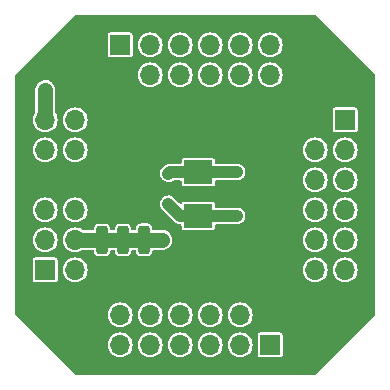
<source format=gbr>
%TF.GenerationSoftware,KiCad,Pcbnew,7.0.8*%
%TF.CreationDate,2024-01-12T13:09:39+01:00*%
%TF.ProjectId,adapter_STM32,61646170-7465-4725-9f53-544d33322e6b,rev?*%
%TF.SameCoordinates,Original*%
%TF.FileFunction,Copper,L2,Bot*%
%TF.FilePolarity,Positive*%
%FSLAX46Y46*%
G04 Gerber Fmt 4.6, Leading zero omitted, Abs format (unit mm)*
G04 Created by KiCad (PCBNEW 7.0.8) date 2024-01-12 13:09:39*
%MOMM*%
%LPD*%
G01*
G04 APERTURE LIST*
G04 Aperture macros list*
%AMRoundRect*
0 Rectangle with rounded corners*
0 $1 Rounding radius*
0 $2 $3 $4 $5 $6 $7 $8 $9 X,Y pos of 4 corners*
0 Add a 4 corners polygon primitive as box body*
4,1,4,$2,$3,$4,$5,$6,$7,$8,$9,$2,$3,0*
0 Add four circle primitives for the rounded corners*
1,1,$1+$1,$2,$3*
1,1,$1+$1,$4,$5*
1,1,$1+$1,$6,$7*
1,1,$1+$1,$8,$9*
0 Add four rect primitives between the rounded corners*
20,1,$1+$1,$2,$3,$4,$5,0*
20,1,$1+$1,$4,$5,$6,$7,0*
20,1,$1+$1,$6,$7,$8,$9,0*
20,1,$1+$1,$8,$9,$2,$3,0*%
G04 Aperture macros list end*
%TA.AperFunction,ComponentPad*%
%ADD10R,1.700000X1.700000*%
%TD*%
%TA.AperFunction,ComponentPad*%
%ADD11O,1.700000X1.700000*%
%TD*%
%TA.AperFunction,SMDPad,CuDef*%
%ADD12RoundRect,0.225000X0.250000X-0.225000X0.250000X0.225000X-0.250000X0.225000X-0.250000X-0.225000X0*%
%TD*%
%TA.AperFunction,SMDPad,CuDef*%
%ADD13RoundRect,0.225000X-0.250000X0.225000X-0.250000X-0.225000X0.250000X-0.225000X0.250000X0.225000X0*%
%TD*%
%TA.AperFunction,SMDPad,CuDef*%
%ADD14RoundRect,0.225000X0.225000X0.250000X-0.225000X0.250000X-0.225000X-0.250000X0.225000X-0.250000X0*%
%TD*%
%TA.AperFunction,SMDPad,CuDef*%
%ADD15RoundRect,0.225000X-0.225000X-0.250000X0.225000X-0.250000X0.225000X0.250000X-0.225000X0.250000X0*%
%TD*%
%TA.AperFunction,SMDPad,CuDef*%
%ADD16R,2.400000X2.000000*%
%TD*%
%TA.AperFunction,ViaPad*%
%ADD17C,0.800000*%
%TD*%
%TA.AperFunction,Conductor*%
%ADD18C,1.300000*%
%TD*%
%TA.AperFunction,Conductor*%
%ADD19C,1.000000*%
%TD*%
G04 APERTURE END LIST*
D10*
%TO.P,J4,1,Pin_1*%
%TO.N,VDDIO2*%
X109220000Y-52070000D03*
D11*
%TO.P,J4,2,Pin_2*%
%TO.N,VSS*%
X106680000Y-52070000D03*
%TO.P,J4,3,Pin_3*%
%TO.N,PA13*%
X109220000Y-54610000D03*
%TO.P,J4,4,Pin_4*%
%TO.N,PA12*%
X106680000Y-54610000D03*
%TO.P,J4,5,Pin_5*%
%TO.N,PA11*%
X109220000Y-57150000D03*
%TO.P,J4,6,Pin_6*%
%TO.N,PA10*%
X106680000Y-57150000D03*
%TO.P,J4,7,Pin_7*%
%TO.N,PA8*%
X109220000Y-59690000D03*
%TO.P,J4,8,Pin_8*%
%TO.N,PA9*%
X106680000Y-59690000D03*
%TO.P,J4,9,Pin_9*%
%TO.N,PB14*%
X109220000Y-62230000D03*
%TO.P,J4,10,Pin_10*%
%TO.N,PB15*%
X106680000Y-62230000D03*
%TO.P,J4,11,Pin_11*%
%TO.N,PB12*%
X109220000Y-64770000D03*
%TO.P,J4,12,Pin_12*%
%TO.N,PB13*%
X106680000Y-64770000D03*
%TD*%
D10*
%TO.P,J3,1,Pin_1*%
%TO.N,VDD*%
X90170000Y-45720000D03*
D11*
%TO.P,J3,2,Pin_2*%
%TO.N,VSS*%
X90170000Y-48260000D03*
%TO.P,J3,3,Pin_3*%
%TO.N,PB9*%
X92710000Y-45720000D03*
%TO.P,J3,4,Pin_4*%
%TO.N,PB8*%
X92710000Y-48260000D03*
%TO.P,J3,5,Pin_5*%
%TO.N,BOOT0*%
X95250000Y-45720000D03*
%TO.P,J3,6,Pin_6*%
%TO.N,PB7*%
X95250000Y-48260000D03*
%TO.P,J3,7,Pin_7*%
%TO.N,PB5*%
X97790000Y-45720000D03*
%TO.P,J3,8,Pin_8*%
%TO.N,PB6*%
X97790000Y-48260000D03*
%TO.P,J3,9,Pin_9*%
%TO.N,PB3*%
X100330000Y-45720000D03*
%TO.P,J3,10,Pin_10*%
%TO.N,PB4*%
X100330000Y-48260000D03*
%TO.P,J3,11,Pin_11*%
%TO.N,PA14*%
X102870000Y-45720000D03*
%TO.P,J3,12,Pin_12*%
%TO.N,PA15*%
X102870000Y-48260000D03*
%TD*%
%TO.P,J2,12,Pin_12*%
%TO.N,PA4*%
X90170000Y-68580000D03*
%TO.P,J2,11,Pin_11*%
%TO.N,PA3*%
X90170000Y-71120000D03*
%TO.P,J2,10,Pin_10*%
%TO.N,PA6*%
X92710000Y-68580000D03*
%TO.P,J2,9,Pin_9*%
%TO.N,PA5*%
X92710000Y-71120000D03*
%TO.P,J2,8,Pin_8*%
%TO.N,PB0*%
X95250000Y-68580000D03*
%TO.P,J2,7,Pin_7*%
%TO.N,PA7*%
X95250000Y-71120000D03*
%TO.P,J2,6,Pin_6*%
%TO.N,PB1*%
X97790000Y-68580000D03*
%TO.P,J2,5,Pin_5*%
%TO.N,PB2*%
X97790000Y-71120000D03*
%TO.P,J2,4,Pin_4*%
%TO.N,PB10*%
X100330000Y-68580000D03*
%TO.P,J2,3,Pin_3*%
%TO.N,PB11*%
X100330000Y-71120000D03*
%TO.P,J2,2,Pin_2*%
%TO.N,VSS*%
X102870000Y-68580000D03*
D10*
%TO.P,J2,1,Pin_1*%
%TO.N,VDD*%
X102870000Y-71120000D03*
%TD*%
%TO.P,J1,1,Pin_1*%
%TO.N,PA2*%
X83820000Y-64770000D03*
D11*
%TO.P,J1,2,Pin_2*%
%TO.N,PA1*%
X86360000Y-64770000D03*
%TO.P,J1,3,Pin_3*%
%TO.N,PA0*%
X83820000Y-62230000D03*
%TO.P,J1,4,Pin_4*%
%TO.N,VDDA*%
X86360000Y-62230000D03*
%TO.P,J1,5,Pin_5*%
%TO.N,VSSA*%
X83820000Y-59690000D03*
%TO.P,J1,6,Pin_6*%
%TO.N,NRST*%
X86360000Y-59690000D03*
%TO.P,J1,7,Pin_7*%
%TO.N,VSS*%
X83820000Y-57150000D03*
%TO.P,J1,8,Pin_8*%
X86360000Y-57150000D03*
%TO.P,J1,9,Pin_9*%
%TO.N,PC14*%
X83820000Y-54610000D03*
%TO.P,J1,10,Pin_10*%
%TO.N,PC15*%
X86360000Y-54610000D03*
%TO.P,J1,11,Pin_11*%
%TO.N,VBAT*%
X83820000Y-52070000D03*
%TO.P,J1,12,Pin_12*%
%TO.N,PC13*%
X86360000Y-52070000D03*
%TD*%
D12*
%TO.P,C14,1*%
%TO.N,VSS*%
X90424000Y-64542000D03*
%TO.P,C14,2*%
%TO.N,VDDA*%
X90424000Y-62992000D03*
%TD*%
%TO.P,C13,1*%
%TO.N,VSS*%
X92202000Y-64542000D03*
%TO.P,C13,2*%
%TO.N,VDDA*%
X92202000Y-62992000D03*
%TD*%
D13*
%TO.P,C3,1*%
%TO.N,VSS*%
X92202000Y-59944000D03*
%TO.P,C3,2*%
%TO.N,VDDA*%
X92202000Y-61494000D03*
%TD*%
%TO.P,C12,1*%
%TO.N,VSS*%
X88646000Y-59957000D03*
%TO.P,C12,2*%
%TO.N,VDDA*%
X88646000Y-61507000D03*
%TD*%
%TO.P,C7,1*%
%TO.N,VSS*%
X90424000Y-59957000D03*
%TO.P,C7,2*%
%TO.N,VDDA*%
X90424000Y-61507000D03*
%TD*%
D12*
%TO.P,C15,1*%
%TO.N,VSS*%
X88646000Y-64542000D03*
%TO.P,C15,2*%
%TO.N,VDDA*%
X88646000Y-62992000D03*
%TD*%
D14*
%TO.P,C16,1*%
%TO.N,VSS*%
X95250000Y-62230000D03*
%TO.P,C16,2*%
%TO.N,VDDA*%
X93700000Y-62230000D03*
%TD*%
D15*
%TO.P,C10,1*%
%TO.N,Net-(U1-PF0)*%
X99822000Y-56489600D03*
%TO.P,C10,2*%
%TO.N,VSS*%
X101372000Y-56489600D03*
%TD*%
D12*
%TO.P,C1,1*%
%TO.N,VBAT*%
X83820000Y-49543000D03*
%TO.P,C1,2*%
%TO.N,VSS*%
X83820000Y-47993000D03*
%TD*%
D15*
%TO.P,C11,1*%
%TO.N,Net-(U1-PF1)*%
X99822000Y-60198000D03*
%TO.P,C11,2*%
%TO.N,VSS*%
X101372000Y-60198000D03*
%TD*%
D16*
%TO.P,Y1,1,1*%
%TO.N,Net-(U1-PF0)*%
X96774000Y-56498000D03*
%TO.P,Y1,2,2*%
%TO.N,Net-(U1-PF1)*%
X96774000Y-60198000D03*
%TD*%
D17*
%TO.N,Net-(U1-PF0)*%
X94234000Y-56642000D03*
%TO.N,VSS*%
X100838000Y-54102000D03*
X100838000Y-62738000D03*
X92202000Y-54102000D03*
%TO.N,Net-(U1-PF1)*%
X94234000Y-59182000D03*
%TD*%
D18*
%TO.N,VBAT*%
X83820000Y-49543000D02*
X83820000Y-52070000D01*
D19*
%TO.N,Net-(U1-PF0)*%
X94378000Y-56498000D02*
X95504000Y-56498000D01*
X95504000Y-56498000D02*
X95512400Y-56489600D01*
X95504000Y-56498000D02*
X97790000Y-56498000D01*
X95512400Y-56489600D02*
X100076000Y-56489600D01*
X94234000Y-56642000D02*
X94378000Y-56498000D01*
D18*
%TO.N,VDDA*%
X86360000Y-62230000D02*
X93700000Y-62230000D01*
D19*
%TO.N,Net-(U1-PF1)*%
X95250000Y-60198000D02*
X94234000Y-59182000D01*
X95250000Y-60198000D02*
X100063000Y-60198000D01*
%TD*%
%TA.AperFunction,Conductor*%
%TO.N,VSS*%
G36*
X106695469Y-43200185D02*
G01*
X106716111Y-43216819D01*
X111723181Y-48223888D01*
X111756666Y-48285211D01*
X111759500Y-48311569D01*
X111759500Y-68528430D01*
X111739815Y-68595469D01*
X111723181Y-68616111D01*
X106716111Y-73623181D01*
X106654788Y-73656666D01*
X106628430Y-73659500D01*
X86411569Y-73659500D01*
X86344530Y-73639815D01*
X86323888Y-73623181D01*
X83820707Y-71120000D01*
X89114417Y-71120000D01*
X89134699Y-71325932D01*
X89134700Y-71325934D01*
X89194768Y-71523954D01*
X89292315Y-71706450D01*
X89292317Y-71706452D01*
X89423589Y-71866410D01*
X89520209Y-71945702D01*
X89583550Y-71997685D01*
X89766046Y-72095232D01*
X89964066Y-72155300D01*
X89964065Y-72155300D01*
X89982529Y-72157118D01*
X90170000Y-72175583D01*
X90375934Y-72155300D01*
X90573954Y-72095232D01*
X90756450Y-71997685D01*
X90916410Y-71866410D01*
X91047685Y-71706450D01*
X91145232Y-71523954D01*
X91205300Y-71325934D01*
X91225583Y-71120000D01*
X91654417Y-71120000D01*
X91674699Y-71325932D01*
X91674700Y-71325934D01*
X91734768Y-71523954D01*
X91832315Y-71706450D01*
X91832317Y-71706452D01*
X91963589Y-71866410D01*
X92060209Y-71945702D01*
X92123550Y-71997685D01*
X92306046Y-72095232D01*
X92504066Y-72155300D01*
X92504065Y-72155300D01*
X92522529Y-72157118D01*
X92710000Y-72175583D01*
X92915934Y-72155300D01*
X93113954Y-72095232D01*
X93296450Y-71997685D01*
X93456410Y-71866410D01*
X93587685Y-71706450D01*
X93685232Y-71523954D01*
X93745300Y-71325934D01*
X93765583Y-71120000D01*
X94194417Y-71120000D01*
X94214699Y-71325932D01*
X94214700Y-71325934D01*
X94274768Y-71523954D01*
X94372315Y-71706450D01*
X94372317Y-71706452D01*
X94503589Y-71866410D01*
X94600209Y-71945702D01*
X94663550Y-71997685D01*
X94846046Y-72095232D01*
X95044066Y-72155300D01*
X95044065Y-72155300D01*
X95062529Y-72157118D01*
X95250000Y-72175583D01*
X95455934Y-72155300D01*
X95653954Y-72095232D01*
X95836450Y-71997685D01*
X95996410Y-71866410D01*
X96127685Y-71706450D01*
X96225232Y-71523954D01*
X96285300Y-71325934D01*
X96305583Y-71120000D01*
X96734417Y-71120000D01*
X96754699Y-71325932D01*
X96754700Y-71325934D01*
X96814768Y-71523954D01*
X96912315Y-71706450D01*
X96912317Y-71706452D01*
X97043589Y-71866410D01*
X97140209Y-71945702D01*
X97203550Y-71997685D01*
X97386046Y-72095232D01*
X97584066Y-72155300D01*
X97584065Y-72155300D01*
X97602529Y-72157118D01*
X97790000Y-72175583D01*
X97995934Y-72155300D01*
X98193954Y-72095232D01*
X98376450Y-71997685D01*
X98536410Y-71866410D01*
X98667685Y-71706450D01*
X98765232Y-71523954D01*
X98825300Y-71325934D01*
X98845583Y-71120000D01*
X99274417Y-71120000D01*
X99294699Y-71325932D01*
X99294700Y-71325934D01*
X99354768Y-71523954D01*
X99452315Y-71706450D01*
X99452317Y-71706452D01*
X99583589Y-71866410D01*
X99680209Y-71945702D01*
X99743550Y-71997685D01*
X99926046Y-72095232D01*
X100124066Y-72155300D01*
X100124065Y-72155300D01*
X100142529Y-72157118D01*
X100330000Y-72175583D01*
X100535934Y-72155300D01*
X100733954Y-72095232D01*
X100916450Y-71997685D01*
X100926116Y-71989752D01*
X101819500Y-71989752D01*
X101831131Y-72048229D01*
X101831132Y-72048230D01*
X101875447Y-72114552D01*
X101941769Y-72158867D01*
X101941770Y-72158868D01*
X102000247Y-72170499D01*
X102000250Y-72170500D01*
X102000252Y-72170500D01*
X103739750Y-72170500D01*
X103739751Y-72170499D01*
X103754568Y-72167552D01*
X103798229Y-72158868D01*
X103798229Y-72158867D01*
X103798231Y-72158867D01*
X103864552Y-72114552D01*
X103908867Y-72048231D01*
X103908867Y-72048229D01*
X103908868Y-72048229D01*
X103920499Y-71989752D01*
X103920500Y-71989750D01*
X103920500Y-70250249D01*
X103920499Y-70250247D01*
X103908868Y-70191770D01*
X103908867Y-70191769D01*
X103864552Y-70125447D01*
X103798230Y-70081132D01*
X103798229Y-70081131D01*
X103739752Y-70069500D01*
X103739748Y-70069500D01*
X102000252Y-70069500D01*
X102000247Y-70069500D01*
X101941770Y-70081131D01*
X101941769Y-70081132D01*
X101875447Y-70125447D01*
X101831132Y-70191769D01*
X101831131Y-70191770D01*
X101819500Y-70250247D01*
X101819500Y-71989752D01*
X100926116Y-71989752D01*
X101076410Y-71866410D01*
X101207685Y-71706450D01*
X101305232Y-71523954D01*
X101365300Y-71325934D01*
X101385583Y-71120000D01*
X101365300Y-70914066D01*
X101305232Y-70716046D01*
X101207685Y-70533550D01*
X101155702Y-70470209D01*
X101076410Y-70373589D01*
X100926121Y-70250252D01*
X100916450Y-70242315D01*
X100733954Y-70144768D01*
X100535934Y-70084700D01*
X100535932Y-70084699D01*
X100535934Y-70084699D01*
X100330000Y-70064417D01*
X100124067Y-70084699D01*
X99926043Y-70144769D01*
X99838114Y-70191769D01*
X99743550Y-70242315D01*
X99743548Y-70242316D01*
X99743547Y-70242317D01*
X99583589Y-70373589D01*
X99452317Y-70533547D01*
X99354769Y-70716043D01*
X99294699Y-70914067D01*
X99274417Y-71120000D01*
X98845583Y-71120000D01*
X98825300Y-70914066D01*
X98765232Y-70716046D01*
X98667685Y-70533550D01*
X98615702Y-70470209D01*
X98536410Y-70373589D01*
X98386121Y-70250252D01*
X98376450Y-70242315D01*
X98193954Y-70144768D01*
X97995934Y-70084700D01*
X97995932Y-70084699D01*
X97995934Y-70084699D01*
X97790000Y-70064417D01*
X97584067Y-70084699D01*
X97386043Y-70144769D01*
X97298114Y-70191769D01*
X97203550Y-70242315D01*
X97203548Y-70242316D01*
X97203547Y-70242317D01*
X97043589Y-70373589D01*
X96912317Y-70533547D01*
X96814769Y-70716043D01*
X96754699Y-70914067D01*
X96734417Y-71120000D01*
X96305583Y-71120000D01*
X96285300Y-70914066D01*
X96225232Y-70716046D01*
X96127685Y-70533550D01*
X96075702Y-70470209D01*
X95996410Y-70373589D01*
X95846121Y-70250252D01*
X95836450Y-70242315D01*
X95653954Y-70144768D01*
X95455934Y-70084700D01*
X95455932Y-70084699D01*
X95455934Y-70084699D01*
X95250000Y-70064417D01*
X95044067Y-70084699D01*
X94846043Y-70144769D01*
X94758114Y-70191769D01*
X94663550Y-70242315D01*
X94663548Y-70242316D01*
X94663547Y-70242317D01*
X94503589Y-70373589D01*
X94372317Y-70533547D01*
X94274769Y-70716043D01*
X94214699Y-70914067D01*
X94194417Y-71120000D01*
X93765583Y-71120000D01*
X93745300Y-70914066D01*
X93685232Y-70716046D01*
X93587685Y-70533550D01*
X93535702Y-70470209D01*
X93456410Y-70373589D01*
X93306121Y-70250252D01*
X93296450Y-70242315D01*
X93113954Y-70144768D01*
X92915934Y-70084700D01*
X92915932Y-70084699D01*
X92915934Y-70084699D01*
X92710000Y-70064417D01*
X92504067Y-70084699D01*
X92306043Y-70144769D01*
X92218114Y-70191769D01*
X92123550Y-70242315D01*
X92123548Y-70242316D01*
X92123547Y-70242317D01*
X91963589Y-70373589D01*
X91832317Y-70533547D01*
X91734769Y-70716043D01*
X91674699Y-70914067D01*
X91654417Y-71120000D01*
X91225583Y-71120000D01*
X91205300Y-70914066D01*
X91145232Y-70716046D01*
X91047685Y-70533550D01*
X90995702Y-70470209D01*
X90916410Y-70373589D01*
X90766121Y-70250252D01*
X90756450Y-70242315D01*
X90573954Y-70144768D01*
X90375934Y-70084700D01*
X90375932Y-70084699D01*
X90375934Y-70084699D01*
X90170000Y-70064417D01*
X89964067Y-70084699D01*
X89766043Y-70144769D01*
X89678114Y-70191769D01*
X89583550Y-70242315D01*
X89583548Y-70242316D01*
X89583547Y-70242317D01*
X89423589Y-70373589D01*
X89292317Y-70533547D01*
X89194769Y-70716043D01*
X89134699Y-70914067D01*
X89114417Y-71120000D01*
X83820707Y-71120000D01*
X81316819Y-68616111D01*
X81297101Y-68580000D01*
X89114417Y-68580000D01*
X89134699Y-68785932D01*
X89134700Y-68785934D01*
X89194768Y-68983954D01*
X89292315Y-69166450D01*
X89292317Y-69166452D01*
X89423589Y-69326410D01*
X89520209Y-69405702D01*
X89583550Y-69457685D01*
X89766046Y-69555232D01*
X89964066Y-69615300D01*
X89964065Y-69615300D01*
X89982529Y-69617118D01*
X90170000Y-69635583D01*
X90375934Y-69615300D01*
X90573954Y-69555232D01*
X90756450Y-69457685D01*
X90916410Y-69326410D01*
X91047685Y-69166450D01*
X91145232Y-68983954D01*
X91205300Y-68785934D01*
X91225583Y-68580000D01*
X91654417Y-68580000D01*
X91674699Y-68785932D01*
X91674700Y-68785934D01*
X91734768Y-68983954D01*
X91832315Y-69166450D01*
X91832317Y-69166452D01*
X91963589Y-69326410D01*
X92060209Y-69405702D01*
X92123550Y-69457685D01*
X92306046Y-69555232D01*
X92504066Y-69615300D01*
X92504065Y-69615300D01*
X92522529Y-69617118D01*
X92710000Y-69635583D01*
X92915934Y-69615300D01*
X93113954Y-69555232D01*
X93296450Y-69457685D01*
X93456410Y-69326410D01*
X93587685Y-69166450D01*
X93685232Y-68983954D01*
X93745300Y-68785934D01*
X93765583Y-68580000D01*
X94194417Y-68580000D01*
X94214699Y-68785932D01*
X94214700Y-68785934D01*
X94274768Y-68983954D01*
X94372315Y-69166450D01*
X94372317Y-69166452D01*
X94503589Y-69326410D01*
X94600209Y-69405702D01*
X94663550Y-69457685D01*
X94846046Y-69555232D01*
X95044066Y-69615300D01*
X95044065Y-69615300D01*
X95062529Y-69617118D01*
X95250000Y-69635583D01*
X95455934Y-69615300D01*
X95653954Y-69555232D01*
X95836450Y-69457685D01*
X95996410Y-69326410D01*
X96127685Y-69166450D01*
X96225232Y-68983954D01*
X96285300Y-68785934D01*
X96305583Y-68580000D01*
X96734417Y-68580000D01*
X96754699Y-68785932D01*
X96754700Y-68785934D01*
X96814768Y-68983954D01*
X96912315Y-69166450D01*
X96912317Y-69166452D01*
X97043589Y-69326410D01*
X97140209Y-69405702D01*
X97203550Y-69457685D01*
X97386046Y-69555232D01*
X97584066Y-69615300D01*
X97584065Y-69615300D01*
X97602529Y-69617118D01*
X97790000Y-69635583D01*
X97995934Y-69615300D01*
X98193954Y-69555232D01*
X98376450Y-69457685D01*
X98536410Y-69326410D01*
X98667685Y-69166450D01*
X98765232Y-68983954D01*
X98825300Y-68785934D01*
X98845583Y-68580000D01*
X99274417Y-68580000D01*
X99294699Y-68785932D01*
X99294700Y-68785934D01*
X99354768Y-68983954D01*
X99452315Y-69166450D01*
X99452317Y-69166452D01*
X99583589Y-69326410D01*
X99680209Y-69405702D01*
X99743550Y-69457685D01*
X99926046Y-69555232D01*
X100124066Y-69615300D01*
X100124065Y-69615300D01*
X100142529Y-69617118D01*
X100330000Y-69635583D01*
X100535934Y-69615300D01*
X100733954Y-69555232D01*
X100916450Y-69457685D01*
X101076410Y-69326410D01*
X101207685Y-69166450D01*
X101305232Y-68983954D01*
X101365300Y-68785934D01*
X101385583Y-68580000D01*
X101365300Y-68374066D01*
X101305232Y-68176046D01*
X101207685Y-67993550D01*
X101155702Y-67930209D01*
X101076410Y-67833589D01*
X100916452Y-67702317D01*
X100916453Y-67702317D01*
X100916450Y-67702315D01*
X100733954Y-67604768D01*
X100535934Y-67544700D01*
X100535932Y-67544699D01*
X100535934Y-67544699D01*
X100330000Y-67524417D01*
X100124067Y-67544699D01*
X99926043Y-67604769D01*
X99815898Y-67663643D01*
X99743550Y-67702315D01*
X99743548Y-67702316D01*
X99743547Y-67702317D01*
X99583589Y-67833589D01*
X99452317Y-67993547D01*
X99354769Y-68176043D01*
X99294699Y-68374067D01*
X99274417Y-68580000D01*
X98845583Y-68580000D01*
X98825300Y-68374066D01*
X98765232Y-68176046D01*
X98667685Y-67993550D01*
X98615702Y-67930209D01*
X98536410Y-67833589D01*
X98376452Y-67702317D01*
X98376453Y-67702317D01*
X98376450Y-67702315D01*
X98193954Y-67604768D01*
X97995934Y-67544700D01*
X97995932Y-67544699D01*
X97995934Y-67544699D01*
X97790000Y-67524417D01*
X97584067Y-67544699D01*
X97386043Y-67604769D01*
X97275898Y-67663643D01*
X97203550Y-67702315D01*
X97203548Y-67702316D01*
X97203547Y-67702317D01*
X97043589Y-67833589D01*
X96912317Y-67993547D01*
X96814769Y-68176043D01*
X96754699Y-68374067D01*
X96734417Y-68580000D01*
X96305583Y-68580000D01*
X96285300Y-68374066D01*
X96225232Y-68176046D01*
X96127685Y-67993550D01*
X96075702Y-67930209D01*
X95996410Y-67833589D01*
X95836452Y-67702317D01*
X95836453Y-67702317D01*
X95836450Y-67702315D01*
X95653954Y-67604768D01*
X95455934Y-67544700D01*
X95455932Y-67544699D01*
X95455934Y-67544699D01*
X95250000Y-67524417D01*
X95044067Y-67544699D01*
X94846043Y-67604769D01*
X94735898Y-67663643D01*
X94663550Y-67702315D01*
X94663548Y-67702316D01*
X94663547Y-67702317D01*
X94503589Y-67833589D01*
X94372317Y-67993547D01*
X94274769Y-68176043D01*
X94214699Y-68374067D01*
X94194417Y-68580000D01*
X93765583Y-68580000D01*
X93745300Y-68374066D01*
X93685232Y-68176046D01*
X93587685Y-67993550D01*
X93535702Y-67930209D01*
X93456410Y-67833589D01*
X93296452Y-67702317D01*
X93296453Y-67702317D01*
X93296450Y-67702315D01*
X93113954Y-67604768D01*
X92915934Y-67544700D01*
X92915932Y-67544699D01*
X92915934Y-67544699D01*
X92710000Y-67524417D01*
X92504067Y-67544699D01*
X92306043Y-67604769D01*
X92195898Y-67663643D01*
X92123550Y-67702315D01*
X92123548Y-67702316D01*
X92123547Y-67702317D01*
X91963589Y-67833589D01*
X91832317Y-67993547D01*
X91734769Y-68176043D01*
X91674699Y-68374067D01*
X91654417Y-68580000D01*
X91225583Y-68580000D01*
X91205300Y-68374066D01*
X91145232Y-68176046D01*
X91047685Y-67993550D01*
X90995702Y-67930209D01*
X90916410Y-67833589D01*
X90756452Y-67702317D01*
X90756453Y-67702317D01*
X90756450Y-67702315D01*
X90573954Y-67604768D01*
X90375934Y-67544700D01*
X90375932Y-67544699D01*
X90375934Y-67544699D01*
X90170000Y-67524417D01*
X89964067Y-67544699D01*
X89766043Y-67604769D01*
X89655898Y-67663643D01*
X89583550Y-67702315D01*
X89583548Y-67702316D01*
X89583547Y-67702317D01*
X89423589Y-67833589D01*
X89292317Y-67993547D01*
X89194769Y-68176043D01*
X89134699Y-68374067D01*
X89114417Y-68580000D01*
X81297101Y-68580000D01*
X81283334Y-68554788D01*
X81280500Y-68528430D01*
X81280500Y-65639752D01*
X82769500Y-65639752D01*
X82781131Y-65698229D01*
X82781132Y-65698230D01*
X82825447Y-65764552D01*
X82891769Y-65808867D01*
X82891770Y-65808868D01*
X82950247Y-65820499D01*
X82950250Y-65820500D01*
X82950252Y-65820500D01*
X84689750Y-65820500D01*
X84689751Y-65820499D01*
X84704568Y-65817552D01*
X84748229Y-65808868D01*
X84748229Y-65808867D01*
X84748231Y-65808867D01*
X84814552Y-65764552D01*
X84858867Y-65698231D01*
X84858867Y-65698229D01*
X84858868Y-65698229D01*
X84870499Y-65639752D01*
X84870500Y-65639750D01*
X84870500Y-64770000D01*
X85304417Y-64770000D01*
X85324699Y-64975932D01*
X85324700Y-64975934D01*
X85384768Y-65173954D01*
X85482315Y-65356450D01*
X85482317Y-65356452D01*
X85613589Y-65516410D01*
X85710209Y-65595702D01*
X85773550Y-65647685D01*
X85956046Y-65745232D01*
X86154066Y-65805300D01*
X86154065Y-65805300D01*
X86172529Y-65807118D01*
X86360000Y-65825583D01*
X86565934Y-65805300D01*
X86763954Y-65745232D01*
X86946450Y-65647685D01*
X87106410Y-65516410D01*
X87237685Y-65356450D01*
X87335232Y-65173954D01*
X87395300Y-64975934D01*
X87415583Y-64770000D01*
X105624417Y-64770000D01*
X105644699Y-64975932D01*
X105644700Y-64975934D01*
X105704768Y-65173954D01*
X105802315Y-65356450D01*
X105802317Y-65356452D01*
X105933589Y-65516410D01*
X106030209Y-65595702D01*
X106093550Y-65647685D01*
X106276046Y-65745232D01*
X106474066Y-65805300D01*
X106474065Y-65805300D01*
X106492529Y-65807118D01*
X106680000Y-65825583D01*
X106885934Y-65805300D01*
X107083954Y-65745232D01*
X107266450Y-65647685D01*
X107426410Y-65516410D01*
X107557685Y-65356450D01*
X107655232Y-65173954D01*
X107715300Y-64975934D01*
X107735583Y-64770000D01*
X108164417Y-64770000D01*
X108184699Y-64975932D01*
X108184700Y-64975934D01*
X108244768Y-65173954D01*
X108342315Y-65356450D01*
X108342317Y-65356452D01*
X108473589Y-65516410D01*
X108570209Y-65595702D01*
X108633550Y-65647685D01*
X108816046Y-65745232D01*
X109014066Y-65805300D01*
X109014065Y-65805300D01*
X109032529Y-65807118D01*
X109220000Y-65825583D01*
X109425934Y-65805300D01*
X109623954Y-65745232D01*
X109806450Y-65647685D01*
X109966410Y-65516410D01*
X110097685Y-65356450D01*
X110195232Y-65173954D01*
X110255300Y-64975934D01*
X110275583Y-64770000D01*
X110255300Y-64564066D01*
X110195232Y-64366046D01*
X110097685Y-64183550D01*
X110045702Y-64120209D01*
X109966410Y-64023589D01*
X109816121Y-63900252D01*
X109806450Y-63892315D01*
X109623954Y-63794768D01*
X109425934Y-63734700D01*
X109425932Y-63734699D01*
X109425934Y-63734699D01*
X109220000Y-63714417D01*
X109014067Y-63734699D01*
X108816043Y-63794769D01*
X108728114Y-63841769D01*
X108633550Y-63892315D01*
X108633548Y-63892316D01*
X108633547Y-63892317D01*
X108473589Y-64023589D01*
X108342317Y-64183547D01*
X108244769Y-64366043D01*
X108184699Y-64564067D01*
X108164417Y-64770000D01*
X107735583Y-64770000D01*
X107715300Y-64564066D01*
X107655232Y-64366046D01*
X107557685Y-64183550D01*
X107505702Y-64120209D01*
X107426410Y-64023589D01*
X107276121Y-63900252D01*
X107266450Y-63892315D01*
X107083954Y-63794768D01*
X106885934Y-63734700D01*
X106885932Y-63734699D01*
X106885934Y-63734699D01*
X106680000Y-63714417D01*
X106474067Y-63734699D01*
X106276043Y-63794769D01*
X106188114Y-63841769D01*
X106093550Y-63892315D01*
X106093548Y-63892316D01*
X106093547Y-63892317D01*
X105933589Y-64023589D01*
X105802317Y-64183547D01*
X105704769Y-64366043D01*
X105644699Y-64564067D01*
X105624417Y-64770000D01*
X87415583Y-64770000D01*
X87395300Y-64564066D01*
X87335232Y-64366046D01*
X87237685Y-64183550D01*
X87185702Y-64120209D01*
X87106410Y-64023589D01*
X86956121Y-63900252D01*
X86946450Y-63892315D01*
X86763954Y-63794768D01*
X86565934Y-63734700D01*
X86565932Y-63734699D01*
X86565934Y-63734699D01*
X86360000Y-63714417D01*
X86154067Y-63734699D01*
X85956043Y-63794769D01*
X85868114Y-63841769D01*
X85773550Y-63892315D01*
X85773548Y-63892316D01*
X85773547Y-63892317D01*
X85613589Y-64023589D01*
X85482317Y-64183547D01*
X85384769Y-64366043D01*
X85324699Y-64564067D01*
X85304417Y-64770000D01*
X84870500Y-64770000D01*
X84870500Y-63900249D01*
X84870499Y-63900247D01*
X84858868Y-63841770D01*
X84858867Y-63841769D01*
X84814552Y-63775447D01*
X84748230Y-63731132D01*
X84748229Y-63731131D01*
X84689752Y-63719500D01*
X84689748Y-63719500D01*
X82950252Y-63719500D01*
X82950247Y-63719500D01*
X82891770Y-63731131D01*
X82891769Y-63731132D01*
X82825447Y-63775447D01*
X82781132Y-63841769D01*
X82781131Y-63841770D01*
X82769500Y-63900247D01*
X82769500Y-65639752D01*
X81280500Y-65639752D01*
X81280500Y-62230000D01*
X82764417Y-62230000D01*
X82784699Y-62435932D01*
X82814734Y-62534944D01*
X82844768Y-62633954D01*
X82942315Y-62816450D01*
X82942317Y-62816452D01*
X83073589Y-62976410D01*
X83170209Y-63055702D01*
X83233550Y-63107685D01*
X83416046Y-63205232D01*
X83614066Y-63265300D01*
X83614065Y-63265300D01*
X83632529Y-63267118D01*
X83820000Y-63285583D01*
X84025934Y-63265300D01*
X84223954Y-63205232D01*
X84406450Y-63107685D01*
X84566410Y-62976410D01*
X84697685Y-62816450D01*
X84795232Y-62633954D01*
X84855300Y-62435934D01*
X84875583Y-62230000D01*
X85304417Y-62230000D01*
X85324699Y-62435932D01*
X85354734Y-62534944D01*
X85384768Y-62633954D01*
X85482315Y-62816450D01*
X85482317Y-62816452D01*
X85613589Y-62976410D01*
X85710209Y-63055702D01*
X85773550Y-63107685D01*
X85956046Y-63205232D01*
X86154066Y-63265300D01*
X86154065Y-63265300D01*
X86172529Y-63267118D01*
X86360000Y-63285583D01*
X86565934Y-63265300D01*
X86763954Y-63205232D01*
X86946450Y-63107685D01*
X86946456Y-63107679D01*
X86951520Y-63104298D01*
X86952404Y-63105621D01*
X87009583Y-63081334D01*
X87023943Y-63080500D01*
X87846500Y-63080500D01*
X87913539Y-63100185D01*
X87959294Y-63152989D01*
X87970500Y-63204500D01*
X87970500Y-63250493D01*
X87986279Y-63350121D01*
X87986280Y-63350124D01*
X87986281Y-63350126D01*
X88047472Y-63470220D01*
X88047473Y-63470221D01*
X88047476Y-63470225D01*
X88142774Y-63565523D01*
X88142778Y-63565526D01*
X88142780Y-63565528D01*
X88262874Y-63626719D01*
X88262876Y-63626719D01*
X88262878Y-63626720D01*
X88362507Y-63642500D01*
X88362512Y-63642500D01*
X88929493Y-63642500D01*
X89029121Y-63626720D01*
X89029121Y-63626719D01*
X89029126Y-63626719D01*
X89149220Y-63565528D01*
X89244528Y-63470220D01*
X89305719Y-63350126D01*
X89315942Y-63285582D01*
X89321500Y-63250493D01*
X89321500Y-63204500D01*
X89341185Y-63137461D01*
X89393989Y-63091706D01*
X89445500Y-63080500D01*
X89624500Y-63080500D01*
X89691539Y-63100185D01*
X89737294Y-63152989D01*
X89748500Y-63204500D01*
X89748500Y-63250493D01*
X89764279Y-63350121D01*
X89764280Y-63350124D01*
X89764281Y-63350126D01*
X89825472Y-63470220D01*
X89825473Y-63470221D01*
X89825476Y-63470225D01*
X89920774Y-63565523D01*
X89920778Y-63565526D01*
X89920780Y-63565528D01*
X90040874Y-63626719D01*
X90040876Y-63626719D01*
X90040878Y-63626720D01*
X90140507Y-63642500D01*
X90140512Y-63642500D01*
X90707493Y-63642500D01*
X90807121Y-63626720D01*
X90807121Y-63626719D01*
X90807126Y-63626719D01*
X90927220Y-63565528D01*
X91022528Y-63470220D01*
X91083719Y-63350126D01*
X91093942Y-63285582D01*
X91099500Y-63250493D01*
X91099500Y-63204500D01*
X91119185Y-63137461D01*
X91171989Y-63091706D01*
X91223500Y-63080500D01*
X91402500Y-63080500D01*
X91469539Y-63100185D01*
X91515294Y-63152989D01*
X91526500Y-63204500D01*
X91526500Y-63250493D01*
X91542279Y-63350121D01*
X91542280Y-63350124D01*
X91542281Y-63350126D01*
X91603472Y-63470220D01*
X91603473Y-63470221D01*
X91603476Y-63470225D01*
X91698774Y-63565523D01*
X91698778Y-63565526D01*
X91698780Y-63565528D01*
X91818874Y-63626719D01*
X91818876Y-63626719D01*
X91818878Y-63626720D01*
X91918507Y-63642500D01*
X91918512Y-63642500D01*
X92485493Y-63642500D01*
X92585121Y-63626720D01*
X92585121Y-63626719D01*
X92585126Y-63626719D01*
X92705220Y-63565528D01*
X92800528Y-63470220D01*
X92861719Y-63350126D01*
X92871942Y-63285582D01*
X92877500Y-63250493D01*
X92877500Y-63204500D01*
X92897185Y-63137461D01*
X92949989Y-63091706D01*
X93001500Y-63080500D01*
X93746107Y-63080500D01*
X93746113Y-63080500D01*
X93883910Y-63065514D01*
X94059221Y-63006444D01*
X94217736Y-62911070D01*
X94352041Y-62783849D01*
X94455858Y-62630730D01*
X94524331Y-62458875D01*
X94554260Y-62276317D01*
X94551749Y-62230000D01*
X105624417Y-62230000D01*
X105644699Y-62435932D01*
X105674734Y-62534944D01*
X105704768Y-62633954D01*
X105802315Y-62816450D01*
X105802317Y-62816452D01*
X105933589Y-62976410D01*
X106030209Y-63055702D01*
X106093550Y-63107685D01*
X106276046Y-63205232D01*
X106474066Y-63265300D01*
X106474065Y-63265300D01*
X106492529Y-63267118D01*
X106680000Y-63285583D01*
X106885934Y-63265300D01*
X107083954Y-63205232D01*
X107266450Y-63107685D01*
X107426410Y-62976410D01*
X107557685Y-62816450D01*
X107655232Y-62633954D01*
X107715300Y-62435934D01*
X107735583Y-62230000D01*
X108164417Y-62230000D01*
X108184699Y-62435932D01*
X108214734Y-62534944D01*
X108244768Y-62633954D01*
X108342315Y-62816450D01*
X108342317Y-62816452D01*
X108473589Y-62976410D01*
X108570209Y-63055702D01*
X108633550Y-63107685D01*
X108816046Y-63205232D01*
X109014066Y-63265300D01*
X109014065Y-63265300D01*
X109032529Y-63267118D01*
X109220000Y-63285583D01*
X109425934Y-63265300D01*
X109623954Y-63205232D01*
X109806450Y-63107685D01*
X109966410Y-62976410D01*
X110097685Y-62816450D01*
X110195232Y-62633954D01*
X110255300Y-62435934D01*
X110275583Y-62230000D01*
X110255300Y-62024066D01*
X110195232Y-61826046D01*
X110097685Y-61643550D01*
X110045702Y-61580209D01*
X109966410Y-61483589D01*
X109839575Y-61379500D01*
X109806450Y-61352315D01*
X109636554Y-61261502D01*
X109623956Y-61254769D01*
X109623955Y-61254768D01*
X109623954Y-61254768D01*
X109425934Y-61194700D01*
X109425932Y-61194699D01*
X109425934Y-61194699D01*
X109220000Y-61174417D01*
X109014067Y-61194699D01*
X108816043Y-61254769D01*
X108718307Y-61307011D01*
X108633550Y-61352315D01*
X108633548Y-61352316D01*
X108633547Y-61352317D01*
X108473589Y-61483589D01*
X108342317Y-61643547D01*
X108244769Y-61826043D01*
X108184699Y-62024067D01*
X108164417Y-62230000D01*
X107735583Y-62230000D01*
X107715300Y-62024066D01*
X107655232Y-61826046D01*
X107557685Y-61643550D01*
X107505702Y-61580209D01*
X107426410Y-61483589D01*
X107299575Y-61379500D01*
X107266450Y-61352315D01*
X107096554Y-61261502D01*
X107083956Y-61254769D01*
X107083955Y-61254768D01*
X107083954Y-61254768D01*
X106885934Y-61194700D01*
X106885932Y-61194699D01*
X106885934Y-61194699D01*
X106680000Y-61174417D01*
X106474067Y-61194699D01*
X106276043Y-61254769D01*
X106178307Y-61307011D01*
X106093550Y-61352315D01*
X106093548Y-61352316D01*
X106093547Y-61352317D01*
X105933589Y-61483589D01*
X105802317Y-61643547D01*
X105704769Y-61826043D01*
X105644699Y-62024067D01*
X105624417Y-62230000D01*
X94551749Y-62230000D01*
X94544245Y-62091593D01*
X94525497Y-62024067D01*
X94494755Y-61913343D01*
X94494752Y-61913337D01*
X94408101Y-61749897D01*
X94288337Y-61608900D01*
X94141064Y-61496946D01*
X93973167Y-61419268D01*
X93973163Y-61419266D01*
X93792497Y-61379500D01*
X93001500Y-61379500D01*
X92934461Y-61359815D01*
X92888706Y-61307011D01*
X92877500Y-61255500D01*
X92877500Y-61235506D01*
X92861720Y-61135878D01*
X92861719Y-61135876D01*
X92861719Y-61135874D01*
X92800528Y-61015780D01*
X92800526Y-61015778D01*
X92800523Y-61015774D01*
X92705225Y-60920476D01*
X92705221Y-60920473D01*
X92705220Y-60920472D01*
X92585126Y-60859281D01*
X92585124Y-60859280D01*
X92585121Y-60859279D01*
X92485493Y-60843500D01*
X92485488Y-60843500D01*
X91918512Y-60843500D01*
X91918507Y-60843500D01*
X91818878Y-60859279D01*
X91698778Y-60920473D01*
X91698774Y-60920476D01*
X91603476Y-61015774D01*
X91603473Y-61015778D01*
X91542279Y-61135878D01*
X91526500Y-61235506D01*
X91526500Y-61255500D01*
X91506815Y-61322539D01*
X91454011Y-61368294D01*
X91402500Y-61379500D01*
X91223500Y-61379500D01*
X91156461Y-61359815D01*
X91110706Y-61307011D01*
X91099500Y-61255500D01*
X91099500Y-61248506D01*
X91083720Y-61148878D01*
X91083719Y-61148876D01*
X91083719Y-61148874D01*
X91022528Y-61028780D01*
X91022526Y-61028778D01*
X91022523Y-61028774D01*
X90927225Y-60933476D01*
X90927221Y-60933473D01*
X90927220Y-60933472D01*
X90807126Y-60872281D01*
X90807124Y-60872280D01*
X90807121Y-60872279D01*
X90707493Y-60856500D01*
X90707488Y-60856500D01*
X90140512Y-60856500D01*
X90140507Y-60856500D01*
X90040878Y-60872279D01*
X89920778Y-60933473D01*
X89920774Y-60933476D01*
X89825476Y-61028774D01*
X89825473Y-61028778D01*
X89764279Y-61148878D01*
X89748500Y-61248506D01*
X89748500Y-61255500D01*
X89728815Y-61322539D01*
X89676011Y-61368294D01*
X89624500Y-61379500D01*
X89445500Y-61379500D01*
X89378461Y-61359815D01*
X89332706Y-61307011D01*
X89321500Y-61255500D01*
X89321500Y-61248506D01*
X89305720Y-61148878D01*
X89305719Y-61148876D01*
X89305719Y-61148874D01*
X89244528Y-61028780D01*
X89244526Y-61028778D01*
X89244523Y-61028774D01*
X89149225Y-60933476D01*
X89149221Y-60933473D01*
X89149220Y-60933472D01*
X89029126Y-60872281D01*
X89029124Y-60872280D01*
X89029121Y-60872279D01*
X88929493Y-60856500D01*
X88929488Y-60856500D01*
X88362512Y-60856500D01*
X88362507Y-60856500D01*
X88262878Y-60872279D01*
X88142778Y-60933473D01*
X88142774Y-60933476D01*
X88047476Y-61028774D01*
X88047473Y-61028778D01*
X87986279Y-61148878D01*
X87970500Y-61248506D01*
X87970500Y-61255500D01*
X87950815Y-61322539D01*
X87898011Y-61368294D01*
X87846500Y-61379500D01*
X87023943Y-61379500D01*
X86956904Y-61359815D01*
X86948269Y-61353530D01*
X86946456Y-61352319D01*
X86946452Y-61352317D01*
X86946450Y-61352315D01*
X86778572Y-61262581D01*
X86763956Y-61254769D01*
X86763955Y-61254768D01*
X86763954Y-61254768D01*
X86565934Y-61194700D01*
X86565932Y-61194699D01*
X86565934Y-61194699D01*
X86360000Y-61174417D01*
X86154067Y-61194699D01*
X85956043Y-61254769D01*
X85858307Y-61307011D01*
X85773550Y-61352315D01*
X85773548Y-61352316D01*
X85773547Y-61352317D01*
X85613589Y-61483589D01*
X85482317Y-61643547D01*
X85384769Y-61826043D01*
X85324699Y-62024067D01*
X85304417Y-62230000D01*
X84875583Y-62230000D01*
X84855300Y-62024066D01*
X84795232Y-61826046D01*
X84697685Y-61643550D01*
X84645702Y-61580209D01*
X84566410Y-61483589D01*
X84439575Y-61379500D01*
X84406450Y-61352315D01*
X84236554Y-61261502D01*
X84223956Y-61254769D01*
X84223955Y-61254768D01*
X84223954Y-61254768D01*
X84025934Y-61194700D01*
X84025932Y-61194699D01*
X84025934Y-61194699D01*
X83820000Y-61174417D01*
X83614067Y-61194699D01*
X83416043Y-61254769D01*
X83318307Y-61307011D01*
X83233550Y-61352315D01*
X83233548Y-61352316D01*
X83233547Y-61352317D01*
X83073589Y-61483589D01*
X82942317Y-61643547D01*
X82844769Y-61826043D01*
X82784699Y-62024067D01*
X82764417Y-62230000D01*
X81280500Y-62230000D01*
X81280500Y-59690000D01*
X82764417Y-59690000D01*
X82784699Y-59895932D01*
X82814734Y-59994944D01*
X82844768Y-60093954D01*
X82942315Y-60276450D01*
X82976969Y-60318677D01*
X83073589Y-60436410D01*
X83170209Y-60515702D01*
X83233550Y-60567685D01*
X83416046Y-60665232D01*
X83614066Y-60725300D01*
X83614065Y-60725300D01*
X83623031Y-60726183D01*
X83820000Y-60745583D01*
X84025934Y-60725300D01*
X84223954Y-60665232D01*
X84406450Y-60567685D01*
X84566410Y-60436410D01*
X84697685Y-60276450D01*
X84795232Y-60093954D01*
X84855300Y-59895934D01*
X84875583Y-59690000D01*
X85304417Y-59690000D01*
X85324699Y-59895932D01*
X85354734Y-59994944D01*
X85384768Y-60093954D01*
X85482315Y-60276450D01*
X85516969Y-60318677D01*
X85613589Y-60436410D01*
X85710209Y-60515702D01*
X85773550Y-60567685D01*
X85956046Y-60665232D01*
X86154066Y-60725300D01*
X86154065Y-60725300D01*
X86163031Y-60726183D01*
X86360000Y-60745583D01*
X86565934Y-60725300D01*
X86763954Y-60665232D01*
X86946450Y-60567685D01*
X87106410Y-60436410D01*
X87237685Y-60276450D01*
X87335232Y-60093954D01*
X87395300Y-59895934D01*
X87415583Y-59690000D01*
X87395300Y-59484066D01*
X87335232Y-59286046D01*
X87302391Y-59224605D01*
X93529642Y-59224605D01*
X93560304Y-59391931D01*
X93560306Y-59391935D01*
X93614731Y-59512860D01*
X93630122Y-59547057D01*
X93650590Y-59573182D01*
X93708712Y-59647370D01*
X94009116Y-59947773D01*
X94738399Y-60677056D01*
X94740935Y-60679750D01*
X94782071Y-60726183D01*
X94833106Y-60761410D01*
X94836122Y-60763630D01*
X94862490Y-60784287D01*
X94884943Y-60801878D01*
X94891845Y-60804984D01*
X94894182Y-60806036D01*
X94913733Y-60817063D01*
X94922070Y-60822818D01*
X94980058Y-60844809D01*
X94983496Y-60846234D01*
X95040068Y-60871695D01*
X95050042Y-60873522D01*
X95071656Y-60879548D01*
X95081127Y-60883140D01*
X95142673Y-60890613D01*
X95146370Y-60891175D01*
X95207394Y-60902358D01*
X95242013Y-60900263D01*
X95310116Y-60915863D01*
X95358977Y-60965806D01*
X95373500Y-61024037D01*
X95373500Y-61217752D01*
X95385131Y-61276229D01*
X95385132Y-61276230D01*
X95429447Y-61342552D01*
X95495769Y-61386867D01*
X95495770Y-61386868D01*
X95554247Y-61398499D01*
X95554250Y-61398500D01*
X95554252Y-61398500D01*
X97993750Y-61398500D01*
X97993751Y-61398499D01*
X98008568Y-61395552D01*
X98052229Y-61386868D01*
X98052229Y-61386867D01*
X98052231Y-61386867D01*
X98118552Y-61342552D01*
X98162867Y-61276231D01*
X98162867Y-61276229D01*
X98162868Y-61276229D01*
X98174499Y-61217752D01*
X98174500Y-61217750D01*
X98174500Y-61022500D01*
X98194185Y-60955461D01*
X98246989Y-60909706D01*
X98298500Y-60898500D01*
X100105374Y-60898500D01*
X100147538Y-60893380D01*
X100231872Y-60883140D01*
X100390930Y-60822818D01*
X100530929Y-60726183D01*
X100643734Y-60598852D01*
X100660094Y-60567682D01*
X100722789Y-60448226D01*
X100722790Y-60448225D01*
X100763500Y-60283056D01*
X100763500Y-60112944D01*
X100722790Y-59947775D01*
X100722789Y-59947773D01*
X100643736Y-59797150D01*
X100624560Y-59775505D01*
X100548810Y-59690000D01*
X105624417Y-59690000D01*
X105644699Y-59895932D01*
X105674734Y-59994944D01*
X105704768Y-60093954D01*
X105802315Y-60276450D01*
X105836969Y-60318677D01*
X105933589Y-60436410D01*
X106030209Y-60515702D01*
X106093550Y-60567685D01*
X106276046Y-60665232D01*
X106474066Y-60725300D01*
X106474065Y-60725300D01*
X106483031Y-60726183D01*
X106680000Y-60745583D01*
X106885934Y-60725300D01*
X107083954Y-60665232D01*
X107266450Y-60567685D01*
X107426410Y-60436410D01*
X107557685Y-60276450D01*
X107655232Y-60093954D01*
X107715300Y-59895934D01*
X107735583Y-59690000D01*
X108164417Y-59690000D01*
X108184699Y-59895932D01*
X108214734Y-59994944D01*
X108244768Y-60093954D01*
X108342315Y-60276450D01*
X108376969Y-60318677D01*
X108473589Y-60436410D01*
X108570209Y-60515702D01*
X108633550Y-60567685D01*
X108816046Y-60665232D01*
X109014066Y-60725300D01*
X109014065Y-60725300D01*
X109023031Y-60726183D01*
X109220000Y-60745583D01*
X109425934Y-60725300D01*
X109623954Y-60665232D01*
X109806450Y-60567685D01*
X109966410Y-60436410D01*
X110097685Y-60276450D01*
X110195232Y-60093954D01*
X110255300Y-59895934D01*
X110275583Y-59690000D01*
X110255300Y-59484066D01*
X110195232Y-59286046D01*
X110097685Y-59103550D01*
X110045702Y-59040209D01*
X109966410Y-58943589D01*
X109806452Y-58812317D01*
X109806453Y-58812317D01*
X109806450Y-58812315D01*
X109623954Y-58714768D01*
X109425934Y-58654700D01*
X109425932Y-58654699D01*
X109425934Y-58654699D01*
X109220000Y-58634417D01*
X109014067Y-58654699D01*
X108816043Y-58714769D01*
X108705898Y-58773643D01*
X108633550Y-58812315D01*
X108633548Y-58812316D01*
X108633547Y-58812317D01*
X108473589Y-58943589D01*
X108342317Y-59103547D01*
X108342315Y-59103550D01*
X108316953Y-59150998D01*
X108244769Y-59286043D01*
X108184699Y-59484067D01*
X108164417Y-59690000D01*
X107735583Y-59690000D01*
X107715300Y-59484066D01*
X107655232Y-59286046D01*
X107557685Y-59103550D01*
X107505702Y-59040209D01*
X107426410Y-58943589D01*
X107266452Y-58812317D01*
X107266453Y-58812317D01*
X107266450Y-58812315D01*
X107083954Y-58714768D01*
X106885934Y-58654700D01*
X106885932Y-58654699D01*
X106885934Y-58654699D01*
X106680000Y-58634417D01*
X106474067Y-58654699D01*
X106276043Y-58714769D01*
X106165898Y-58773643D01*
X106093550Y-58812315D01*
X106093548Y-58812316D01*
X106093547Y-58812317D01*
X105933589Y-58943589D01*
X105802317Y-59103547D01*
X105802315Y-59103550D01*
X105776953Y-59150998D01*
X105704769Y-59286043D01*
X105644699Y-59484067D01*
X105624417Y-59690000D01*
X100548810Y-59690000D01*
X100530929Y-59669817D01*
X100481177Y-59635475D01*
X100390931Y-59573182D01*
X100231874Y-59512860D01*
X100231868Y-59512859D01*
X100105374Y-59497500D01*
X100105372Y-59497500D01*
X98298500Y-59497500D01*
X98231461Y-59477815D01*
X98185706Y-59425011D01*
X98174500Y-59373500D01*
X98174500Y-59178249D01*
X98174499Y-59178247D01*
X98162868Y-59119770D01*
X98162867Y-59119769D01*
X98118552Y-59053447D01*
X98052230Y-59009132D01*
X98052229Y-59009131D01*
X97993752Y-58997500D01*
X97993748Y-58997500D01*
X95554252Y-58997500D01*
X95554247Y-58997500D01*
X95495770Y-59009131D01*
X95495769Y-59009132D01*
X95429446Y-59053448D01*
X95379871Y-59127642D01*
X95326259Y-59172446D01*
X95256934Y-59181153D01*
X95193906Y-59150998D01*
X95189089Y-59146431D01*
X94699370Y-58656712D01*
X94660843Y-58626528D01*
X94599057Y-58578122D01*
X94511071Y-58538522D01*
X94443935Y-58508306D01*
X94443931Y-58508304D01*
X94276607Y-58477642D01*
X94276603Y-58477642D01*
X94149254Y-58485346D01*
X94106804Y-58487914D01*
X94025599Y-58513218D01*
X93944393Y-58538522D01*
X93798811Y-58626530D01*
X93678530Y-58746811D01*
X93590522Y-58892393D01*
X93590522Y-58892394D01*
X93554146Y-59009133D01*
X93539914Y-59054805D01*
X93529642Y-59224603D01*
X93529642Y-59224605D01*
X87302391Y-59224605D01*
X87237685Y-59103550D01*
X87185702Y-59040209D01*
X87106410Y-58943589D01*
X86946452Y-58812317D01*
X86946453Y-58812317D01*
X86946450Y-58812315D01*
X86763954Y-58714768D01*
X86565934Y-58654700D01*
X86565932Y-58654699D01*
X86565934Y-58654699D01*
X86360000Y-58634417D01*
X86154067Y-58654699D01*
X85956043Y-58714769D01*
X85845898Y-58773643D01*
X85773550Y-58812315D01*
X85773548Y-58812316D01*
X85773547Y-58812317D01*
X85613589Y-58943589D01*
X85482317Y-59103547D01*
X85482315Y-59103550D01*
X85456953Y-59150998D01*
X85384769Y-59286043D01*
X85324699Y-59484067D01*
X85304417Y-59690000D01*
X84875583Y-59690000D01*
X84855300Y-59484066D01*
X84795232Y-59286046D01*
X84697685Y-59103550D01*
X84645702Y-59040209D01*
X84566410Y-58943589D01*
X84406452Y-58812317D01*
X84406453Y-58812317D01*
X84406450Y-58812315D01*
X84223954Y-58714768D01*
X84025934Y-58654700D01*
X84025932Y-58654699D01*
X84025934Y-58654699D01*
X83820000Y-58634417D01*
X83614067Y-58654699D01*
X83416043Y-58714769D01*
X83305898Y-58773643D01*
X83233550Y-58812315D01*
X83233548Y-58812316D01*
X83233547Y-58812317D01*
X83073589Y-58943589D01*
X82942317Y-59103547D01*
X82942315Y-59103550D01*
X82916953Y-59150998D01*
X82844769Y-59286043D01*
X82784699Y-59484067D01*
X82764417Y-59690000D01*
X81280500Y-59690000D01*
X81280500Y-56599394D01*
X93529642Y-56599394D01*
X93539914Y-56769196D01*
X93577697Y-56890449D01*
X93590522Y-56931606D01*
X93678530Y-57077188D01*
X93798811Y-57197469D01*
X93798813Y-57197470D01*
X93798815Y-57197472D01*
X93944394Y-57285478D01*
X94106804Y-57336086D01*
X94276606Y-57346358D01*
X94443932Y-57315695D01*
X94599057Y-57245878D01*
X94625847Y-57224888D01*
X94690759Y-57199040D01*
X94702320Y-57198500D01*
X95249500Y-57198500D01*
X95316539Y-57218185D01*
X95362294Y-57270989D01*
X95373500Y-57322500D01*
X95373500Y-57517752D01*
X95385131Y-57576229D01*
X95385132Y-57576230D01*
X95429447Y-57642552D01*
X95495769Y-57686867D01*
X95495770Y-57686868D01*
X95554247Y-57698499D01*
X95554250Y-57698500D01*
X95554252Y-57698500D01*
X97993750Y-57698500D01*
X97993751Y-57698499D01*
X98008568Y-57695552D01*
X98052229Y-57686868D01*
X98052229Y-57686867D01*
X98052231Y-57686867D01*
X98118552Y-57642552D01*
X98162867Y-57576231D01*
X98162867Y-57576229D01*
X98162868Y-57576229D01*
X98174499Y-57517752D01*
X98174500Y-57517750D01*
X98174500Y-57314100D01*
X98194185Y-57247061D01*
X98246989Y-57201306D01*
X98298500Y-57190100D01*
X100118374Y-57190100D01*
X100160538Y-57184980D01*
X100244872Y-57174740D01*
X100310107Y-57150000D01*
X105624417Y-57150000D01*
X105644699Y-57355932D01*
X105644700Y-57355934D01*
X105704768Y-57553954D01*
X105802315Y-57736450D01*
X105802317Y-57736452D01*
X105933589Y-57896410D01*
X106030209Y-57975702D01*
X106093550Y-58027685D01*
X106276046Y-58125232D01*
X106474066Y-58185300D01*
X106474065Y-58185300D01*
X106492529Y-58187118D01*
X106680000Y-58205583D01*
X106885934Y-58185300D01*
X107083954Y-58125232D01*
X107266450Y-58027685D01*
X107426410Y-57896410D01*
X107557685Y-57736450D01*
X107655232Y-57553954D01*
X107715300Y-57355934D01*
X107735583Y-57150000D01*
X108164417Y-57150000D01*
X108184699Y-57355932D01*
X108184700Y-57355934D01*
X108244768Y-57553954D01*
X108342315Y-57736450D01*
X108342317Y-57736452D01*
X108473589Y-57896410D01*
X108570209Y-57975702D01*
X108633550Y-58027685D01*
X108816046Y-58125232D01*
X109014066Y-58185300D01*
X109014065Y-58185300D01*
X109032529Y-58187118D01*
X109220000Y-58205583D01*
X109425934Y-58185300D01*
X109623954Y-58125232D01*
X109806450Y-58027685D01*
X109966410Y-57896410D01*
X110097685Y-57736450D01*
X110195232Y-57553954D01*
X110255300Y-57355934D01*
X110275583Y-57150000D01*
X110255300Y-56944066D01*
X110195232Y-56746046D01*
X110097685Y-56563550D01*
X110045702Y-56500209D01*
X109966410Y-56403589D01*
X109806452Y-56272317D01*
X109806453Y-56272317D01*
X109806450Y-56272315D01*
X109623954Y-56174768D01*
X109425934Y-56114700D01*
X109425932Y-56114699D01*
X109425934Y-56114699D01*
X109220000Y-56094417D01*
X109014067Y-56114699D01*
X108816043Y-56174769D01*
X108705898Y-56233643D01*
X108633550Y-56272315D01*
X108633548Y-56272316D01*
X108633547Y-56272317D01*
X108473589Y-56403589D01*
X108342317Y-56563547D01*
X108342315Y-56563550D01*
X108336379Y-56574656D01*
X108244769Y-56746043D01*
X108184699Y-56944067D01*
X108164417Y-57150000D01*
X107735583Y-57150000D01*
X107715300Y-56944066D01*
X107655232Y-56746046D01*
X107557685Y-56563550D01*
X107505702Y-56500209D01*
X107426410Y-56403589D01*
X107266452Y-56272317D01*
X107266453Y-56272317D01*
X107266450Y-56272315D01*
X107083954Y-56174768D01*
X106885934Y-56114700D01*
X106885932Y-56114699D01*
X106885934Y-56114699D01*
X106680000Y-56094417D01*
X106474067Y-56114699D01*
X106276043Y-56174769D01*
X106165898Y-56233643D01*
X106093550Y-56272315D01*
X106093548Y-56272316D01*
X106093547Y-56272317D01*
X105933589Y-56403589D01*
X105802317Y-56563547D01*
X105802315Y-56563550D01*
X105796379Y-56574656D01*
X105704769Y-56746043D01*
X105644699Y-56944067D01*
X105624417Y-57150000D01*
X100310107Y-57150000D01*
X100403930Y-57114418D01*
X100543929Y-57017783D01*
X100656734Y-56890452D01*
X100735790Y-56739825D01*
X100776500Y-56574656D01*
X100776500Y-56404544D01*
X100735790Y-56239375D01*
X100735789Y-56239373D01*
X100656736Y-56088750D01*
X100637560Y-56067105D01*
X100543929Y-55961417D01*
X100494177Y-55927075D01*
X100403931Y-55864782D01*
X100244874Y-55804460D01*
X100244868Y-55804459D01*
X100118374Y-55789100D01*
X100118372Y-55789100D01*
X98298500Y-55789100D01*
X98231461Y-55769415D01*
X98185706Y-55716611D01*
X98174500Y-55665100D01*
X98174500Y-55478249D01*
X98174499Y-55478247D01*
X98162868Y-55419770D01*
X98162867Y-55419769D01*
X98118552Y-55353447D01*
X98052230Y-55309132D01*
X98052229Y-55309131D01*
X97993752Y-55297500D01*
X97993748Y-55297500D01*
X95554252Y-55297500D01*
X95554247Y-55297500D01*
X95495770Y-55309131D01*
X95495769Y-55309132D01*
X95429447Y-55353447D01*
X95385132Y-55419769D01*
X95385131Y-55419770D01*
X95373500Y-55478247D01*
X95373500Y-55673500D01*
X95353815Y-55740539D01*
X95301011Y-55786294D01*
X95249500Y-55797500D01*
X94401048Y-55797500D01*
X94397303Y-55797387D01*
X94335396Y-55793642D01*
X94335389Y-55793642D01*
X94274386Y-55804821D01*
X94270685Y-55805384D01*
X94209128Y-55812859D01*
X94209121Y-55812861D01*
X94199647Y-55816454D01*
X94178049Y-55822475D01*
X94168069Y-55824304D01*
X94111519Y-55849755D01*
X94108060Y-55851188D01*
X94050071Y-55873181D01*
X94050066Y-55873184D01*
X94041722Y-55878943D01*
X94022187Y-55889961D01*
X94012947Y-55894120D01*
X94012945Y-55894121D01*
X93964136Y-55932359D01*
X93961122Y-55934576D01*
X93910070Y-55969817D01*
X93910068Y-55969818D01*
X93868950Y-56016231D01*
X93866384Y-56018957D01*
X93708709Y-56176633D01*
X93630121Y-56276944D01*
X93560306Y-56432064D01*
X93560304Y-56432068D01*
X93534175Y-56574655D01*
X93529642Y-56599394D01*
X81280500Y-56599394D01*
X81280500Y-54610000D01*
X82764417Y-54610000D01*
X82784699Y-54815932D01*
X82784700Y-54815934D01*
X82844768Y-55013954D01*
X82942315Y-55196450D01*
X82942317Y-55196452D01*
X83073589Y-55356410D01*
X83150795Y-55419770D01*
X83233550Y-55487685D01*
X83416046Y-55585232D01*
X83614066Y-55645300D01*
X83614065Y-55645300D01*
X83632529Y-55647118D01*
X83820000Y-55665583D01*
X84025934Y-55645300D01*
X84223954Y-55585232D01*
X84406450Y-55487685D01*
X84566410Y-55356410D01*
X84697685Y-55196450D01*
X84795232Y-55013954D01*
X84855300Y-54815934D01*
X84875583Y-54610000D01*
X85304417Y-54610000D01*
X85324699Y-54815932D01*
X85324700Y-54815934D01*
X85384768Y-55013954D01*
X85482315Y-55196450D01*
X85482317Y-55196452D01*
X85613589Y-55356410D01*
X85690795Y-55419770D01*
X85773550Y-55487685D01*
X85956046Y-55585232D01*
X86154066Y-55645300D01*
X86154065Y-55645300D01*
X86172529Y-55647118D01*
X86360000Y-55665583D01*
X86565934Y-55645300D01*
X86763954Y-55585232D01*
X86946450Y-55487685D01*
X87106410Y-55356410D01*
X87237685Y-55196450D01*
X87335232Y-55013954D01*
X87395300Y-54815934D01*
X87415583Y-54610000D01*
X105624417Y-54610000D01*
X105644699Y-54815932D01*
X105644700Y-54815934D01*
X105704768Y-55013954D01*
X105802315Y-55196450D01*
X105802317Y-55196452D01*
X105933589Y-55356410D01*
X106010795Y-55419770D01*
X106093550Y-55487685D01*
X106276046Y-55585232D01*
X106474066Y-55645300D01*
X106474065Y-55645300D01*
X106492529Y-55647118D01*
X106680000Y-55665583D01*
X106885934Y-55645300D01*
X107083954Y-55585232D01*
X107266450Y-55487685D01*
X107426410Y-55356410D01*
X107557685Y-55196450D01*
X107655232Y-55013954D01*
X107715300Y-54815934D01*
X107735583Y-54610000D01*
X108164417Y-54610000D01*
X108184699Y-54815932D01*
X108184700Y-54815934D01*
X108244768Y-55013954D01*
X108342315Y-55196450D01*
X108342317Y-55196452D01*
X108473589Y-55356410D01*
X108550795Y-55419770D01*
X108633550Y-55487685D01*
X108816046Y-55585232D01*
X109014066Y-55645300D01*
X109014065Y-55645300D01*
X109032529Y-55647118D01*
X109220000Y-55665583D01*
X109425934Y-55645300D01*
X109623954Y-55585232D01*
X109806450Y-55487685D01*
X109966410Y-55356410D01*
X110097685Y-55196450D01*
X110195232Y-55013954D01*
X110255300Y-54815934D01*
X110275583Y-54610000D01*
X110255300Y-54404066D01*
X110195232Y-54206046D01*
X110097685Y-54023550D01*
X110045702Y-53960209D01*
X109966410Y-53863589D01*
X109806452Y-53732317D01*
X109806453Y-53732317D01*
X109806450Y-53732315D01*
X109623954Y-53634768D01*
X109425934Y-53574700D01*
X109425932Y-53574699D01*
X109425934Y-53574699D01*
X109220000Y-53554417D01*
X109014067Y-53574699D01*
X108816043Y-53634769D01*
X108705898Y-53693643D01*
X108633550Y-53732315D01*
X108633548Y-53732316D01*
X108633547Y-53732317D01*
X108473589Y-53863589D01*
X108342317Y-54023547D01*
X108244769Y-54206043D01*
X108184699Y-54404067D01*
X108164417Y-54610000D01*
X107735583Y-54610000D01*
X107715300Y-54404066D01*
X107655232Y-54206046D01*
X107557685Y-54023550D01*
X107505702Y-53960209D01*
X107426410Y-53863589D01*
X107266452Y-53732317D01*
X107266453Y-53732317D01*
X107266450Y-53732315D01*
X107083954Y-53634768D01*
X106885934Y-53574700D01*
X106885932Y-53574699D01*
X106885934Y-53574699D01*
X106680000Y-53554417D01*
X106474067Y-53574699D01*
X106276043Y-53634769D01*
X106165898Y-53693643D01*
X106093550Y-53732315D01*
X106093548Y-53732316D01*
X106093547Y-53732317D01*
X105933589Y-53863589D01*
X105802317Y-54023547D01*
X105704769Y-54206043D01*
X105644699Y-54404067D01*
X105624417Y-54610000D01*
X87415583Y-54610000D01*
X87395300Y-54404066D01*
X87335232Y-54206046D01*
X87237685Y-54023550D01*
X87185702Y-53960209D01*
X87106410Y-53863589D01*
X86946452Y-53732317D01*
X86946453Y-53732317D01*
X86946450Y-53732315D01*
X86763954Y-53634768D01*
X86565934Y-53574700D01*
X86565932Y-53574699D01*
X86565934Y-53574699D01*
X86360000Y-53554417D01*
X86154067Y-53574699D01*
X85956043Y-53634769D01*
X85845898Y-53693643D01*
X85773550Y-53732315D01*
X85773548Y-53732316D01*
X85773547Y-53732317D01*
X85613589Y-53863589D01*
X85482317Y-54023547D01*
X85384769Y-54206043D01*
X85324699Y-54404067D01*
X85304417Y-54610000D01*
X84875583Y-54610000D01*
X84855300Y-54404066D01*
X84795232Y-54206046D01*
X84697685Y-54023550D01*
X84645702Y-53960209D01*
X84566410Y-53863589D01*
X84406452Y-53732317D01*
X84406453Y-53732317D01*
X84406450Y-53732315D01*
X84223954Y-53634768D01*
X84025934Y-53574700D01*
X84025932Y-53574699D01*
X84025934Y-53574699D01*
X83820000Y-53554417D01*
X83614067Y-53574699D01*
X83416043Y-53634769D01*
X83305898Y-53693643D01*
X83233550Y-53732315D01*
X83233548Y-53732316D01*
X83233547Y-53732317D01*
X83073589Y-53863589D01*
X82942317Y-54023547D01*
X82844769Y-54206043D01*
X82784699Y-54404067D01*
X82764417Y-54610000D01*
X81280500Y-54610000D01*
X81280500Y-52070000D01*
X82764417Y-52070000D01*
X82784699Y-52275932D01*
X82784700Y-52275934D01*
X82844768Y-52473954D01*
X82942315Y-52656450D01*
X82942317Y-52656452D01*
X83073589Y-52816410D01*
X83170209Y-52895702D01*
X83233550Y-52947685D01*
X83416046Y-53045232D01*
X83614066Y-53105300D01*
X83614065Y-53105300D01*
X83632529Y-53107118D01*
X83820000Y-53125583D01*
X84025934Y-53105300D01*
X84223954Y-53045232D01*
X84406450Y-52947685D01*
X84566410Y-52816410D01*
X84697685Y-52656450D01*
X84795232Y-52473954D01*
X84855300Y-52275934D01*
X84875583Y-52070000D01*
X85304417Y-52070000D01*
X85324699Y-52275932D01*
X85324700Y-52275934D01*
X85384768Y-52473954D01*
X85482315Y-52656450D01*
X85482317Y-52656452D01*
X85613589Y-52816410D01*
X85710209Y-52895702D01*
X85773550Y-52947685D01*
X85956046Y-53045232D01*
X86154066Y-53105300D01*
X86154065Y-53105300D01*
X86172529Y-53107118D01*
X86360000Y-53125583D01*
X86565934Y-53105300D01*
X86763954Y-53045232D01*
X86946450Y-52947685D01*
X86956116Y-52939752D01*
X108169500Y-52939752D01*
X108181131Y-52998229D01*
X108181132Y-52998230D01*
X108225447Y-53064552D01*
X108291769Y-53108867D01*
X108291770Y-53108868D01*
X108350247Y-53120499D01*
X108350250Y-53120500D01*
X108350252Y-53120500D01*
X110089750Y-53120500D01*
X110089751Y-53120499D01*
X110104568Y-53117552D01*
X110148229Y-53108868D01*
X110148229Y-53108867D01*
X110148231Y-53108867D01*
X110214552Y-53064552D01*
X110258867Y-52998231D01*
X110258867Y-52998229D01*
X110258868Y-52998229D01*
X110270499Y-52939752D01*
X110270500Y-52939750D01*
X110270500Y-51200249D01*
X110270499Y-51200247D01*
X110258868Y-51141770D01*
X110258867Y-51141769D01*
X110214552Y-51075447D01*
X110148230Y-51031132D01*
X110148229Y-51031131D01*
X110089752Y-51019500D01*
X110089748Y-51019500D01*
X108350252Y-51019500D01*
X108350247Y-51019500D01*
X108291770Y-51031131D01*
X108291769Y-51031132D01*
X108225447Y-51075447D01*
X108181132Y-51141769D01*
X108181131Y-51141770D01*
X108169500Y-51200247D01*
X108169500Y-52939752D01*
X86956116Y-52939752D01*
X87106410Y-52816410D01*
X87237685Y-52656450D01*
X87335232Y-52473954D01*
X87395300Y-52275934D01*
X87415583Y-52070000D01*
X87395300Y-51864066D01*
X87335232Y-51666046D01*
X87237685Y-51483550D01*
X87174088Y-51406056D01*
X87106410Y-51323589D01*
X86956121Y-51200252D01*
X86946450Y-51192315D01*
X86763954Y-51094768D01*
X86565934Y-51034700D01*
X86565932Y-51034699D01*
X86565934Y-51034699D01*
X86360000Y-51014417D01*
X86154067Y-51034699D01*
X85956043Y-51094769D01*
X85868114Y-51141769D01*
X85773550Y-51192315D01*
X85773548Y-51192316D01*
X85773547Y-51192317D01*
X85613589Y-51323589D01*
X85482317Y-51483547D01*
X85384769Y-51666043D01*
X85324699Y-51864067D01*
X85304417Y-52070000D01*
X84875583Y-52070000D01*
X84855300Y-51864066D01*
X84795232Y-51666046D01*
X84795230Y-51666043D01*
X84795230Y-51666041D01*
X84697687Y-51483552D01*
X84694302Y-51478486D01*
X84695622Y-51477603D01*
X84671333Y-51420403D01*
X84670500Y-51406056D01*
X84670500Y-49496893D01*
X84670500Y-49496887D01*
X84655514Y-49359090D01*
X84596444Y-49183779D01*
X84501070Y-49025264D01*
X84434192Y-48954662D01*
X84373850Y-48890959D01*
X84291165Y-48834898D01*
X84220730Y-48787142D01*
X84220727Y-48787140D01*
X84220723Y-48787138D01*
X84048877Y-48718669D01*
X83975851Y-48706697D01*
X83866317Y-48688740D01*
X83866314Y-48688740D01*
X83681593Y-48698755D01*
X83681588Y-48698755D01*
X83503343Y-48748244D01*
X83503337Y-48748247D01*
X83339897Y-48834898D01*
X83198900Y-48954662D01*
X83086946Y-49101936D01*
X83009268Y-49269832D01*
X83009266Y-49269836D01*
X82969500Y-49450502D01*
X82969500Y-51406056D01*
X82949815Y-51473095D01*
X82943529Y-51481730D01*
X82942312Y-51483552D01*
X82844769Y-51666041D01*
X82784699Y-51864067D01*
X82764417Y-52070000D01*
X81280500Y-52070000D01*
X81280500Y-48311569D01*
X81295642Y-48260000D01*
X91654417Y-48260000D01*
X91674699Y-48465932D01*
X91674700Y-48465934D01*
X91734768Y-48663954D01*
X91832315Y-48846450D01*
X91832317Y-48846452D01*
X91963589Y-49006410D01*
X92060209Y-49085702D01*
X92123550Y-49137685D01*
X92306046Y-49235232D01*
X92504066Y-49295300D01*
X92504065Y-49295300D01*
X92522529Y-49297118D01*
X92710000Y-49315583D01*
X92915934Y-49295300D01*
X93113954Y-49235232D01*
X93296450Y-49137685D01*
X93456410Y-49006410D01*
X93587685Y-48846450D01*
X93685232Y-48663954D01*
X93745300Y-48465934D01*
X93765583Y-48260000D01*
X94194417Y-48260000D01*
X94214699Y-48465932D01*
X94214700Y-48465934D01*
X94274768Y-48663954D01*
X94372315Y-48846450D01*
X94372317Y-48846452D01*
X94503589Y-49006410D01*
X94600209Y-49085702D01*
X94663550Y-49137685D01*
X94846046Y-49235232D01*
X95044066Y-49295300D01*
X95044065Y-49295300D01*
X95062529Y-49297118D01*
X95250000Y-49315583D01*
X95455934Y-49295300D01*
X95653954Y-49235232D01*
X95836450Y-49137685D01*
X95996410Y-49006410D01*
X96127685Y-48846450D01*
X96225232Y-48663954D01*
X96285300Y-48465934D01*
X96305583Y-48260000D01*
X96734417Y-48260000D01*
X96754699Y-48465932D01*
X96754700Y-48465934D01*
X96814768Y-48663954D01*
X96912315Y-48846450D01*
X96912317Y-48846452D01*
X97043589Y-49006410D01*
X97140209Y-49085702D01*
X97203550Y-49137685D01*
X97386046Y-49235232D01*
X97584066Y-49295300D01*
X97584065Y-49295300D01*
X97602529Y-49297118D01*
X97790000Y-49315583D01*
X97995934Y-49295300D01*
X98193954Y-49235232D01*
X98376450Y-49137685D01*
X98536410Y-49006410D01*
X98667685Y-48846450D01*
X98765232Y-48663954D01*
X98825300Y-48465934D01*
X98845583Y-48260000D01*
X99274417Y-48260000D01*
X99294699Y-48465932D01*
X99294700Y-48465934D01*
X99354768Y-48663954D01*
X99452315Y-48846450D01*
X99452317Y-48846452D01*
X99583589Y-49006410D01*
X99680209Y-49085702D01*
X99743550Y-49137685D01*
X99926046Y-49235232D01*
X100124066Y-49295300D01*
X100124065Y-49295300D01*
X100142529Y-49297118D01*
X100330000Y-49315583D01*
X100535934Y-49295300D01*
X100733954Y-49235232D01*
X100916450Y-49137685D01*
X101076410Y-49006410D01*
X101207685Y-48846450D01*
X101305232Y-48663954D01*
X101365300Y-48465934D01*
X101385583Y-48260000D01*
X101814417Y-48260000D01*
X101834699Y-48465932D01*
X101834700Y-48465934D01*
X101894768Y-48663954D01*
X101992315Y-48846450D01*
X101992317Y-48846452D01*
X102123589Y-49006410D01*
X102220209Y-49085702D01*
X102283550Y-49137685D01*
X102466046Y-49235232D01*
X102664066Y-49295300D01*
X102664065Y-49295300D01*
X102682529Y-49297118D01*
X102870000Y-49315583D01*
X103075934Y-49295300D01*
X103273954Y-49235232D01*
X103456450Y-49137685D01*
X103616410Y-49006410D01*
X103747685Y-48846450D01*
X103845232Y-48663954D01*
X103905300Y-48465934D01*
X103925583Y-48260000D01*
X103905300Y-48054066D01*
X103845232Y-47856046D01*
X103747685Y-47673550D01*
X103695702Y-47610209D01*
X103616410Y-47513589D01*
X103456452Y-47382317D01*
X103456453Y-47382317D01*
X103456450Y-47382315D01*
X103273954Y-47284768D01*
X103075934Y-47224700D01*
X103075932Y-47224699D01*
X103075934Y-47224699D01*
X102870000Y-47204417D01*
X102664067Y-47224699D01*
X102466043Y-47284769D01*
X102355898Y-47343643D01*
X102283550Y-47382315D01*
X102283548Y-47382316D01*
X102283547Y-47382317D01*
X102123589Y-47513589D01*
X101992317Y-47673547D01*
X101894769Y-47856043D01*
X101834699Y-48054067D01*
X101814417Y-48260000D01*
X101385583Y-48260000D01*
X101365300Y-48054066D01*
X101305232Y-47856046D01*
X101207685Y-47673550D01*
X101155702Y-47610209D01*
X101076410Y-47513589D01*
X100916452Y-47382317D01*
X100916453Y-47382317D01*
X100916450Y-47382315D01*
X100733954Y-47284768D01*
X100535934Y-47224700D01*
X100535932Y-47224699D01*
X100535934Y-47224699D01*
X100330000Y-47204417D01*
X100124067Y-47224699D01*
X99926043Y-47284769D01*
X99815898Y-47343643D01*
X99743550Y-47382315D01*
X99743548Y-47382316D01*
X99743547Y-47382317D01*
X99583589Y-47513589D01*
X99452317Y-47673547D01*
X99354769Y-47856043D01*
X99294699Y-48054067D01*
X99274417Y-48260000D01*
X98845583Y-48260000D01*
X98825300Y-48054066D01*
X98765232Y-47856046D01*
X98667685Y-47673550D01*
X98615702Y-47610209D01*
X98536410Y-47513589D01*
X98376452Y-47382317D01*
X98376453Y-47382317D01*
X98376450Y-47382315D01*
X98193954Y-47284768D01*
X97995934Y-47224700D01*
X97995932Y-47224699D01*
X97995934Y-47224699D01*
X97790000Y-47204417D01*
X97584067Y-47224699D01*
X97386043Y-47284769D01*
X97275898Y-47343643D01*
X97203550Y-47382315D01*
X97203548Y-47382316D01*
X97203547Y-47382317D01*
X97043589Y-47513589D01*
X96912317Y-47673547D01*
X96814769Y-47856043D01*
X96754699Y-48054067D01*
X96734417Y-48260000D01*
X96305583Y-48260000D01*
X96285300Y-48054066D01*
X96225232Y-47856046D01*
X96127685Y-47673550D01*
X96075702Y-47610209D01*
X95996410Y-47513589D01*
X95836452Y-47382317D01*
X95836453Y-47382317D01*
X95836450Y-47382315D01*
X95653954Y-47284768D01*
X95455934Y-47224700D01*
X95455932Y-47224699D01*
X95455934Y-47224699D01*
X95250000Y-47204417D01*
X95044067Y-47224699D01*
X94846043Y-47284769D01*
X94735898Y-47343643D01*
X94663550Y-47382315D01*
X94663548Y-47382316D01*
X94663547Y-47382317D01*
X94503589Y-47513589D01*
X94372317Y-47673547D01*
X94274769Y-47856043D01*
X94214699Y-48054067D01*
X94194417Y-48260000D01*
X93765583Y-48260000D01*
X93745300Y-48054066D01*
X93685232Y-47856046D01*
X93587685Y-47673550D01*
X93535702Y-47610209D01*
X93456410Y-47513589D01*
X93296452Y-47382317D01*
X93296453Y-47382317D01*
X93296450Y-47382315D01*
X93113954Y-47284768D01*
X92915934Y-47224700D01*
X92915932Y-47224699D01*
X92915934Y-47224699D01*
X92710000Y-47204417D01*
X92504067Y-47224699D01*
X92306043Y-47284769D01*
X92195898Y-47343643D01*
X92123550Y-47382315D01*
X92123548Y-47382316D01*
X92123547Y-47382317D01*
X91963589Y-47513589D01*
X91832317Y-47673547D01*
X91734769Y-47856043D01*
X91674699Y-48054067D01*
X91654417Y-48260000D01*
X81295642Y-48260000D01*
X81300185Y-48244530D01*
X81316819Y-48223888D01*
X82950955Y-46589752D01*
X89119500Y-46589752D01*
X89131131Y-46648229D01*
X89131132Y-46648230D01*
X89175447Y-46714552D01*
X89241769Y-46758867D01*
X89241770Y-46758868D01*
X89300247Y-46770499D01*
X89300250Y-46770500D01*
X89300252Y-46770500D01*
X91039750Y-46770500D01*
X91039751Y-46770499D01*
X91054568Y-46767552D01*
X91098229Y-46758868D01*
X91098229Y-46758867D01*
X91098231Y-46758867D01*
X91164552Y-46714552D01*
X91208867Y-46648231D01*
X91208867Y-46648229D01*
X91208868Y-46648229D01*
X91220499Y-46589752D01*
X91220500Y-46589750D01*
X91220500Y-45720000D01*
X91654417Y-45720000D01*
X91674699Y-45925932D01*
X91674700Y-45925934D01*
X91734768Y-46123954D01*
X91832315Y-46306450D01*
X91832317Y-46306452D01*
X91963589Y-46466410D01*
X92060209Y-46545702D01*
X92123550Y-46597685D01*
X92306046Y-46695232D01*
X92504066Y-46755300D01*
X92504065Y-46755300D01*
X92522529Y-46757118D01*
X92710000Y-46775583D01*
X92915934Y-46755300D01*
X93113954Y-46695232D01*
X93296450Y-46597685D01*
X93456410Y-46466410D01*
X93587685Y-46306450D01*
X93685232Y-46123954D01*
X93745300Y-45925934D01*
X93765583Y-45720000D01*
X94194417Y-45720000D01*
X94214699Y-45925932D01*
X94214700Y-45925934D01*
X94274768Y-46123954D01*
X94372315Y-46306450D01*
X94372317Y-46306452D01*
X94503589Y-46466410D01*
X94600209Y-46545702D01*
X94663550Y-46597685D01*
X94846046Y-46695232D01*
X95044066Y-46755300D01*
X95044065Y-46755300D01*
X95062529Y-46757118D01*
X95250000Y-46775583D01*
X95455934Y-46755300D01*
X95653954Y-46695232D01*
X95836450Y-46597685D01*
X95996410Y-46466410D01*
X96127685Y-46306450D01*
X96225232Y-46123954D01*
X96285300Y-45925934D01*
X96305583Y-45720000D01*
X96734417Y-45720000D01*
X96754699Y-45925932D01*
X96754700Y-45925934D01*
X96814768Y-46123954D01*
X96912315Y-46306450D01*
X96912317Y-46306452D01*
X97043589Y-46466410D01*
X97140209Y-46545702D01*
X97203550Y-46597685D01*
X97386046Y-46695232D01*
X97584066Y-46755300D01*
X97584065Y-46755300D01*
X97602529Y-46757118D01*
X97790000Y-46775583D01*
X97995934Y-46755300D01*
X98193954Y-46695232D01*
X98376450Y-46597685D01*
X98536410Y-46466410D01*
X98667685Y-46306450D01*
X98765232Y-46123954D01*
X98825300Y-45925934D01*
X98845583Y-45720000D01*
X99274417Y-45720000D01*
X99294699Y-45925932D01*
X99294700Y-45925934D01*
X99354768Y-46123954D01*
X99452315Y-46306450D01*
X99452317Y-46306452D01*
X99583589Y-46466410D01*
X99680209Y-46545702D01*
X99743550Y-46597685D01*
X99926046Y-46695232D01*
X100124066Y-46755300D01*
X100124065Y-46755300D01*
X100142529Y-46757118D01*
X100330000Y-46775583D01*
X100535934Y-46755300D01*
X100733954Y-46695232D01*
X100916450Y-46597685D01*
X101076410Y-46466410D01*
X101207685Y-46306450D01*
X101305232Y-46123954D01*
X101365300Y-45925934D01*
X101385583Y-45720000D01*
X101814417Y-45720000D01*
X101834699Y-45925932D01*
X101834700Y-45925934D01*
X101894768Y-46123954D01*
X101992315Y-46306450D01*
X101992317Y-46306452D01*
X102123589Y-46466410D01*
X102220209Y-46545702D01*
X102283550Y-46597685D01*
X102466046Y-46695232D01*
X102664066Y-46755300D01*
X102664065Y-46755300D01*
X102682529Y-46757118D01*
X102870000Y-46775583D01*
X103075934Y-46755300D01*
X103273954Y-46695232D01*
X103456450Y-46597685D01*
X103616410Y-46466410D01*
X103747685Y-46306450D01*
X103845232Y-46123954D01*
X103905300Y-45925934D01*
X103925583Y-45720000D01*
X103905300Y-45514066D01*
X103845232Y-45316046D01*
X103747685Y-45133550D01*
X103695702Y-45070209D01*
X103616410Y-44973589D01*
X103466121Y-44850252D01*
X103456450Y-44842315D01*
X103273954Y-44744768D01*
X103075934Y-44684700D01*
X103075932Y-44684699D01*
X103075934Y-44684699D01*
X102870000Y-44664417D01*
X102664067Y-44684699D01*
X102466043Y-44744769D01*
X102378114Y-44791769D01*
X102283550Y-44842315D01*
X102283548Y-44842316D01*
X102283547Y-44842317D01*
X102123589Y-44973589D01*
X101992317Y-45133547D01*
X101894769Y-45316043D01*
X101834699Y-45514067D01*
X101814417Y-45720000D01*
X101385583Y-45720000D01*
X101365300Y-45514066D01*
X101305232Y-45316046D01*
X101207685Y-45133550D01*
X101155702Y-45070209D01*
X101076410Y-44973589D01*
X100926121Y-44850252D01*
X100916450Y-44842315D01*
X100733954Y-44744768D01*
X100535934Y-44684700D01*
X100535932Y-44684699D01*
X100535934Y-44684699D01*
X100330000Y-44664417D01*
X100124067Y-44684699D01*
X99926043Y-44744769D01*
X99838114Y-44791769D01*
X99743550Y-44842315D01*
X99743548Y-44842316D01*
X99743547Y-44842317D01*
X99583589Y-44973589D01*
X99452317Y-45133547D01*
X99354769Y-45316043D01*
X99294699Y-45514067D01*
X99274417Y-45720000D01*
X98845583Y-45720000D01*
X98825300Y-45514066D01*
X98765232Y-45316046D01*
X98667685Y-45133550D01*
X98615702Y-45070209D01*
X98536410Y-44973589D01*
X98386121Y-44850252D01*
X98376450Y-44842315D01*
X98193954Y-44744768D01*
X97995934Y-44684700D01*
X97995932Y-44684699D01*
X97995934Y-44684699D01*
X97790000Y-44664417D01*
X97584067Y-44684699D01*
X97386043Y-44744769D01*
X97298114Y-44791769D01*
X97203550Y-44842315D01*
X97203548Y-44842316D01*
X97203547Y-44842317D01*
X97043589Y-44973589D01*
X96912317Y-45133547D01*
X96814769Y-45316043D01*
X96754699Y-45514067D01*
X96734417Y-45720000D01*
X96305583Y-45720000D01*
X96285300Y-45514066D01*
X96225232Y-45316046D01*
X96127685Y-45133550D01*
X96075702Y-45070209D01*
X95996410Y-44973589D01*
X95846121Y-44850252D01*
X95836450Y-44842315D01*
X95653954Y-44744768D01*
X95455934Y-44684700D01*
X95455932Y-44684699D01*
X95455934Y-44684699D01*
X95250000Y-44664417D01*
X95044067Y-44684699D01*
X94846043Y-44744769D01*
X94758114Y-44791769D01*
X94663550Y-44842315D01*
X94663548Y-44842316D01*
X94663547Y-44842317D01*
X94503589Y-44973589D01*
X94372317Y-45133547D01*
X94274769Y-45316043D01*
X94214699Y-45514067D01*
X94194417Y-45720000D01*
X93765583Y-45720000D01*
X93745300Y-45514066D01*
X93685232Y-45316046D01*
X93587685Y-45133550D01*
X93535702Y-45070209D01*
X93456410Y-44973589D01*
X93306121Y-44850252D01*
X93296450Y-44842315D01*
X93113954Y-44744768D01*
X92915934Y-44684700D01*
X92915932Y-44684699D01*
X92915934Y-44684699D01*
X92710000Y-44664417D01*
X92504067Y-44684699D01*
X92306043Y-44744769D01*
X92218114Y-44791769D01*
X92123550Y-44842315D01*
X92123548Y-44842316D01*
X92123547Y-44842317D01*
X91963589Y-44973589D01*
X91832317Y-45133547D01*
X91734769Y-45316043D01*
X91674699Y-45514067D01*
X91654417Y-45720000D01*
X91220500Y-45720000D01*
X91220500Y-44850249D01*
X91220499Y-44850247D01*
X91208868Y-44791770D01*
X91208867Y-44791769D01*
X91164552Y-44725447D01*
X91098230Y-44681132D01*
X91098229Y-44681131D01*
X91039752Y-44669500D01*
X91039748Y-44669500D01*
X89300252Y-44669500D01*
X89300247Y-44669500D01*
X89241770Y-44681131D01*
X89241769Y-44681132D01*
X89175447Y-44725447D01*
X89131132Y-44791769D01*
X89131131Y-44791770D01*
X89119500Y-44850247D01*
X89119500Y-46589752D01*
X82950955Y-46589752D01*
X86323888Y-43216819D01*
X86385211Y-43183334D01*
X86411569Y-43180500D01*
X106628430Y-43180500D01*
X106695469Y-43200185D01*
G37*
%TD.AperFunction*%
%TD*%
M02*

</source>
